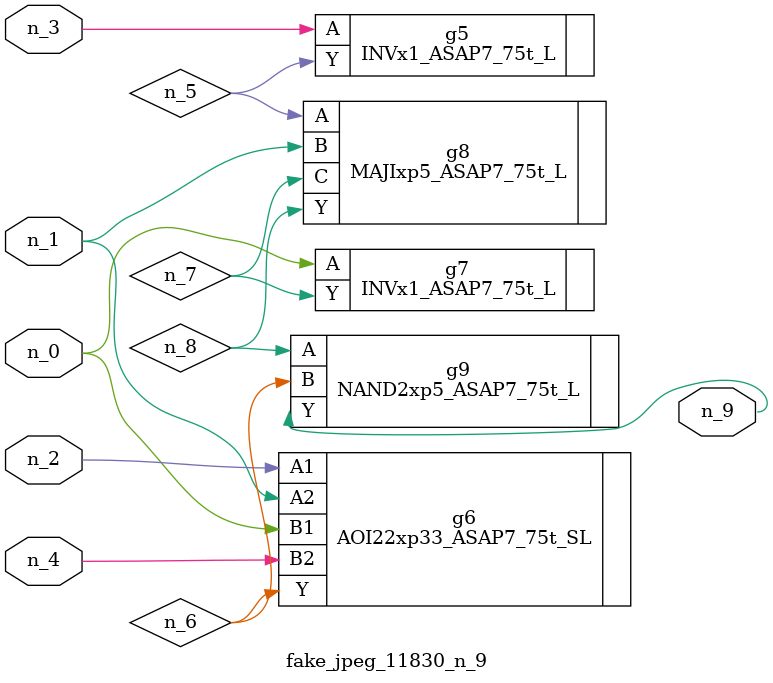
<source format=v>
module fake_jpeg_11830_n_9 (n_3, n_2, n_1, n_0, n_4, n_9);

input n_3;
input n_2;
input n_1;
input n_0;
input n_4;

output n_9;

wire n_8;
wire n_6;
wire n_5;
wire n_7;

INVx1_ASAP7_75t_L g5 ( 
.A(n_3),
.Y(n_5)
);

AOI22xp33_ASAP7_75t_SL g6 ( 
.A1(n_2),
.A2(n_1),
.B1(n_0),
.B2(n_4),
.Y(n_6)
);

INVx1_ASAP7_75t_L g7 ( 
.A(n_0),
.Y(n_7)
);

MAJIxp5_ASAP7_75t_L g8 ( 
.A(n_5),
.B(n_1),
.C(n_7),
.Y(n_8)
);

NAND2xp5_ASAP7_75t_L g9 ( 
.A(n_8),
.B(n_6),
.Y(n_9)
);


endmodule
</source>
